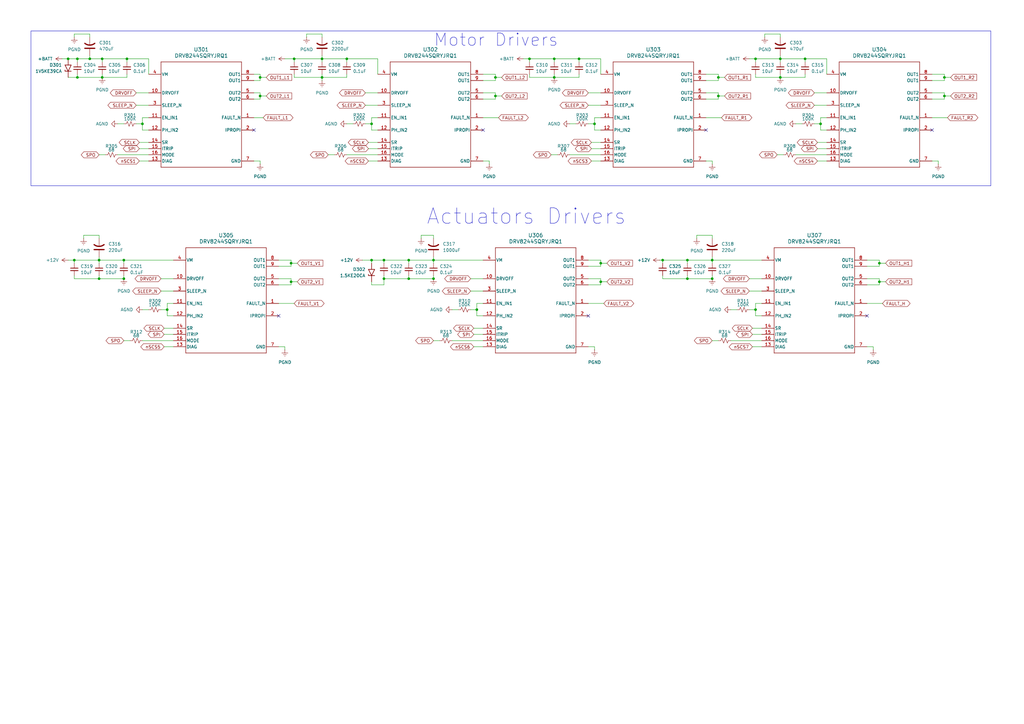
<source format=kicad_sch>
(kicad_sch (version 20250114) (generator "eeschema") (generator_version "9.0")
  (paper "A3")
  (title_block (title "NASA Lunabotics") (date "2026-01-25") (rev "3") (company "Virginia State University") (comment 1 "Christian Philpot"))
  (rectangle (start 12.7 12.7) (end 406.4 76.2))
  (text "Motor Drivers" (at 203.454 16.51 0) (effects (font (size 5.08 5.08))))
  (text "Actuators Drivers" (at 215.9 88.9 0) (effects (font (size 6.35 6.35))))
  (junction (at 294.64 31.75))
  (junction (at 203.2 31.75))
  (junction (at 41.91 31.75))
  (junction (at 142.24 24.13))
  (junction (at 41.91 24.13))
  (junction (at 336.55 50.8))
  (junction (at 40.64 114.3))
  (junction (at 292.1 114.3))
  (junction (at 167.64 106.68))
  (junction (at 203.2 39.37))
  (junction (at 167.64 114.3))
  (junction (at 119.38 115.57))
  (junction (at 177.8 106.68))
  (junction (at 31.75 31.75))
  (junction (at 36.83 24.13))
  (junction (at 152.4 50.8))
  (junction (at 292.1 106.68))
  (junction (at 31.75 24.13))
  (junction (at 227.33 24.13))
  (junction (at 281.94 114.3))
  (junction (at 120.65 24.13))
  (junction (at 157.48 114.3))
  (junction (at 309.88 24.13))
  (junction (at 132.08 24.13))
  (junction (at 387.35 31.75))
  (junction (at 132.08 31.75))
  (junction (at 330.2 24.13))
  (junction (at 157.48 106.68))
  (junction (at 30.48 106.68))
  (junction (at 237.49 24.13))
  (junction (at 309.88 127))
  (junction (at 360.68 107.95))
  (junction (at 152.4 106.68))
  (junction (at 246.38 115.57))
  (junction (at 294.64 39.37))
  (junction (at 217.17 24.13))
  (junction (at 58.42 50.8))
  (junction (at 271.78 106.68))
  (junction (at 227.33 31.75))
  (junction (at 243.84 50.8))
  (junction (at 106.68 31.75))
  (junction (at 27.94 24.13))
  (junction (at 52.07 24.13))
  (junction (at 360.68 115.57))
  (junction (at 387.35 39.37))
  (junction (at 195.58 127))
  (junction (at 281.94 106.68))
  (junction (at 50.8 106.68))
  (junction (at 320.04 24.13))
  (junction (at 320.04 31.75))
  (junction (at 177.8 114.3))
  (junction (at 106.68 39.37))
  (junction (at 50.8 114.3))
  (junction (at 246.38 107.95))
  (junction (at 119.38 107.95))
  (junction (at 40.64 106.68))
  (junction (at 68.58 127))
  (no_connect (at 241.3 129.54))
  (no_connect (at 104.14 53.34))
  (no_connect (at 198.12 53.34))
  (no_connect (at 382.27 53.34))
  (no_connect (at 355.6 129.54))
  (no_connect (at 289.56 53.34))
  (no_connect (at 114.3 129.54))
  (wire (pts (xy 307.34 127) (xy 309.88 127)))
  (wire (pts (xy 270.51 106.68) (xy 271.78 106.68)))
  (wire (pts (xy 334.01 50.8) (xy 336.55 50.8)))
  (wire (pts (xy 119.38 114.3) (xy 119.38 115.57)))
  (wire (pts (xy 246.38 107.95) (xy 248.92 107.95)))
  (wire (pts (xy 41.91 31.75) (xy 52.07 31.75)))
  (wire (pts (xy 226.06 63.5) (xy 228.6 63.5)))
  (wire (pts (xy 292.1 139.7) (xy 294.64 139.7)))
  (wire (pts (xy 285.75 97.79) (xy 285.75 96.52)))
  (wire (pts (xy 203.2 38.1) (xy 203.2 39.37)))
  (wire (pts (xy 320.04 22.86) (xy 320.04 24.13)))
  (wire (pts (xy 106.68 31.75) (xy 106.68 30.48)))
  (wire (pts (xy 292.1 67.31) (xy 292.1 66.04)))
  (wire (pts (xy 151.13 66.04) (xy 154.94 66.04)))
  (wire (pts (xy 360.68 115.57) (xy 363.22 115.57)))
  (wire (pts (xy 360.68 109.22) (xy 360.68 107.95)))
  (wire (pts (xy 309.88 129.54) (xy 309.88 127)))
  (wire (pts (xy 31.75 31.75) (xy 41.91 31.75)))
  (wire (pts (xy 313.69 15.24) (xy 313.69 13.97)))
  (wire (pts (xy 292.1 113.03) (xy 292.1 114.3)))
  (wire (pts (xy 58.42 50.8) (xy 58.42 48.26)))
  (wire (pts (xy 387.35 31.75) (xy 389.89 31.75)))
  (wire (pts (xy 157.48 116.84) (xy 157.48 114.3)))
  (wire (pts (xy 119.38 115.57) (xy 119.38 116.84)))
  (wire (pts (xy 294.64 30.48) (xy 289.56 30.48)))
  (wire (pts (xy 40.64 113.03) (xy 40.64 114.3)))
  (wire (pts (xy 177.8 97.79) (xy 177.8 96.52)))
  (wire (pts (xy 132.08 30.48) (xy 132.08 31.75)))
  (wire (pts (xy 294.64 38.1) (xy 294.64 39.37)))
  (wire (pts (xy 318.77 63.5) (xy 321.31 63.5)))
  (wire (pts (xy 308.61 134.62) (xy 312.42 134.62)))
  (wire (pts (xy 299.72 139.7) (xy 312.42 139.7)))
  (wire (pts (xy 246.38 109.22) (xy 246.38 107.95)))
  (wire (pts (xy 382.27 48.26) (xy 388.62 48.26)))
  (wire (pts (xy 31.75 24.13) (xy 31.75 25.4)))
  (wire (pts (xy 382.27 33.02) (xy 387.35 33.02)))
  (wire (pts (xy 271.78 106.68) (xy 281.94 106.68)))
  (wire (pts (xy 358.14 143.51) (xy 358.14 142.24)))
  (wire (pts (xy 177.8 139.7) (xy 180.34 139.7)))
  (wire (pts (xy 114.3 109.22) (xy 119.38 109.22)))
  (wire (pts (xy 30.48 106.68) (xy 40.64 106.68)))
  (wire (pts (xy 25.4 24.13) (xy 27.94 24.13)))
  (wire (pts (xy 119.38 109.22) (xy 119.38 107.95)))
  (wire (pts (xy 309.88 127) (xy 309.88 124.46)))
  (wire (pts (xy 360.68 115.57) (xy 360.68 116.84)))
  (wire (pts (xy 271.78 114.3) (xy 281.94 114.3)))
  (wire (pts (xy 308.61 137.16) (xy 312.42 137.16)))
  (wire (pts (xy 57.15 58.42) (xy 60.96 58.42)))
  (wire (pts (xy 203.2 31.75) (xy 203.2 30.48)))
  (wire (pts (xy 48.26 63.5) (xy 60.96 63.5)))
  (wire (pts (xy 106.68 67.31) (xy 106.68 66.04)))
  (wire (pts (xy 246.38 116.84) (xy 241.3 116.84)))
  (wire (pts (xy 289.56 38.1) (xy 294.64 38.1)))
  (wire (pts (xy 355.6 124.46) (xy 361.95 124.46)))
  (wire (pts (xy 50.8 106.68) (xy 50.8 107.95)))
  (wire (pts (xy 152.4 48.26) (xy 154.94 48.26)))
  (wire (pts (xy 387.35 38.1) (xy 387.35 39.37)))
  (wire (pts (xy 68.58 127) (xy 68.58 124.46)))
  (wire (pts (xy 116.84 143.51) (xy 116.84 142.24)))
  (wire (pts (xy 106.68 38.1) (xy 106.68 39.37)))
  (wire (pts (xy 242.57 66.04) (xy 246.38 66.04)))
  (wire (pts (xy 312.42 129.54) (xy 309.88 129.54)))
  (wire (pts (xy 40.64 63.5) (xy 43.18 63.5)))
  (wire (pts (xy 149.86 43.18) (xy 154.94 43.18)))
  (wire (pts (xy 66.04 127) (xy 68.58 127)))
  (wire (pts (xy 203.2 33.02) (xy 203.2 31.75)))
  (wire (pts (xy 34.29 97.79) (xy 34.29 96.52)))
  (wire (pts (xy 203.2 40.64) (xy 198.12 40.64)))
  (wire (pts (xy 134.62 63.5) (xy 137.16 63.5)))
  (wire (pts (xy 132.08 22.86) (xy 132.08 24.13)))
  (wire (pts (xy 200.66 67.31) (xy 200.66 66.04)))
  (wire (pts (xy 106.68 66.04) (xy 104.14 66.04)))
  (wire (pts (xy 387.35 39.37) (xy 389.89 39.37)))
  (wire (pts (xy 50.8 139.7) (xy 53.34 139.7)))
  (wire (pts (xy 387.35 39.37) (xy 387.35 40.64)))
  (wire (pts (xy 292.1 105.41) (xy 292.1 106.68)))
  (wire (pts (xy 151.13 58.42) (xy 154.94 58.42)))
  (wire (pts (xy 58.42 139.7) (xy 71.12 139.7)))
  (wire (pts (xy 36.83 13.97) (xy 36.83 15.24)))
  (wire (pts (xy 335.28 60.96) (xy 339.09 60.96)))
  (wire (pts (xy 66.04 119.38) (xy 71.12 119.38)))
  (wire (pts (xy 233.68 50.8) (xy 236.22 50.8)))
  (wire (pts (xy 336.55 48.26) (xy 339.09 48.26)))
  (wire (pts (xy 246.38 115.57) (xy 248.92 115.57)))
  (wire (pts (xy 246.38 106.68) (xy 241.3 106.68)))
  (wire (pts (xy 58.42 127) (xy 60.96 127)))
  (wire (pts (xy 58.42 48.26) (xy 60.96 48.26)))
  (wire (pts (xy 157.48 106.68) (xy 157.48 107.95)))
  (wire (pts (xy 119.38 107.95) (xy 121.92 107.95)))
  (wire (pts (xy 217.17 30.48) (xy 217.17 31.75)))
  (wire (pts (xy 198.12 48.26) (xy 204.47 48.26)))
  (wire (pts (xy 116.84 24.13) (xy 120.65 24.13)))
  (wire (pts (xy 41.91 24.13) (xy 52.07 24.13)))
  (wire (pts (xy 185.42 127) (xy 187.96 127)))
  (wire (pts (xy 67.31 134.62) (xy 71.12 134.62)))
  (wire (pts (xy 360.68 107.95) (xy 363.22 107.95)))
  (wire (pts (xy 177.8 106.68) (xy 198.12 106.68)))
  (wire (pts (xy 246.38 53.34) (xy 243.84 53.34)))
  (wire (pts (xy 30.48 114.3) (xy 40.64 114.3)))
  (wire (pts (xy 335.28 58.42) (xy 339.09 58.42)))
  (wire (pts (xy 71.12 129.54) (xy 68.58 129.54)))
  (wire (pts (xy 106.68 33.02) (xy 106.68 31.75)))
  (wire (pts (xy 30.48 13.97) (xy 36.83 13.97)))
  (wire (pts (xy 142.24 24.13) (xy 154.94 24.13)))
  (wire (pts (xy 360.68 106.68) (xy 355.6 106.68)))
  (wire (pts (xy 227.33 30.48) (xy 227.33 31.75)))
  (wire (pts (xy 106.68 40.64) (xy 104.14 40.64)))
  (wire (pts (xy 57.15 66.04) (xy 60.96 66.04)))
  (wire (pts (xy 50.8 106.68) (xy 71.12 106.68)))
  (wire (pts (xy 241.3 124.46) (xy 247.65 124.46)))
  (wire (pts (xy 214.63 24.13) (xy 217.17 24.13)))
  (wire (pts (xy 106.68 39.37) (xy 109.22 39.37)))
  (wire (pts (xy 237.49 30.48) (xy 237.49 31.75)))
  (wire (pts (xy 152.4 116.84) (xy 157.48 116.84)))
  (wire (pts (xy 152.4 53.34) (xy 152.4 50.8)))
  (wire (pts (xy 157.48 106.68) (xy 167.64 106.68)))
  (wire (pts (xy 198.12 33.02) (xy 203.2 33.02)))
  (wire (pts (xy 152.4 107.95) (xy 152.4 106.68)))
  (wire (pts (xy 125.73 15.24) (xy 125.73 13.97)))
  (wire (pts (xy 27.94 24.13) (xy 31.75 24.13)))
  (wire (pts (xy 387.35 31.75) (xy 387.35 30.48)))
  (wire (pts (xy 152.4 115.57) (xy 152.4 116.84)))
  (wire (pts (xy 335.28 66.04) (xy 339.09 66.04)))
  (wire (pts (xy 241.3 38.1) (xy 246.38 38.1)))
  (wire (pts (xy 320.04 31.75) (xy 330.2 31.75)))
  (wire (pts (xy 36.83 24.13) (xy 41.91 24.13)))
  (wire (pts (xy 55.88 38.1) (xy 60.96 38.1)))
  (wire (pts (xy 339.09 24.13) (xy 339.09 30.48)))
  (wire (pts (xy 52.07 30.48) (xy 52.07 31.75)))
  (wire (pts (xy 336.55 50.8) (xy 336.55 48.26)))
  (wire (pts (xy 114.3 124.46) (xy 120.65 124.46)))
  (wire (pts (xy 271.78 106.68) (xy 271.78 107.95)))
  (wire (pts (xy 157.48 114.3) (xy 167.64 114.3)))
  (wire (pts (xy 294.64 31.75) (xy 294.64 30.48)))
  (wire (pts (xy 292.1 66.04) (xy 289.56 66.04)))
  (wire (pts (xy 154.94 24.13) (xy 154.94 30.48)))
  (wire (pts (xy 243.84 50.8) (xy 243.84 48.26)))
  (wire (pts (xy 193.04 114.3) (xy 198.12 114.3)))
  (wire (pts (xy 154.94 53.34) (xy 152.4 53.34)))
  (wire (pts (xy 193.04 127) (xy 195.58 127)))
  (wire (pts (xy 246.38 114.3) (xy 246.38 115.57)))
  (wire (pts (xy 40.64 96.52) (xy 40.64 97.79)))
  (wire (pts (xy 334.01 38.1) (xy 339.09 38.1)))
  (wire (pts (xy 384.81 67.31) (xy 384.81 66.04)))
  (wire (pts (xy 309.88 124.46) (xy 312.42 124.46)))
  (wire (pts (xy 360.68 107.95) (xy 360.68 106.68)))
  (wire (pts (xy 27.94 106.68) (xy 30.48 106.68)))
  (wire (pts (xy 387.35 33.02) (xy 387.35 31.75)))
  (wire (pts (xy 119.38 106.68) (xy 114.3 106.68)))
  (wire (pts (xy 125.73 13.97) (xy 132.08 13.97)))
  (wire (pts (xy 246.38 24.13) (xy 246.38 30.48)))
  (wire (pts (xy 237.49 24.13) (xy 246.38 24.13)))
  (wire (pts (xy 177.8 96.52) (xy 172.72 96.52)))
  (wire (pts (xy 233.68 63.5) (xy 246.38 63.5)))
  (wire (pts (xy 227.33 31.75) (xy 237.49 31.75)))
  (wire (pts (xy 243.84 143.51) (xy 243.84 142.24)))
  (wire (pts (xy 292.1 106.68) (xy 312.42 106.68)))
  (wire (pts (xy 30.48 113.03) (xy 30.48 114.3)))
  (wire (pts (xy 387.35 30.48) (xy 382.27 30.48)))
  (wire (pts (xy 203.2 30.48) (xy 198.12 30.48)))
  (wire (pts (xy 227.33 24.13) (xy 227.33 25.4)))
  (wire (pts (xy 58.42 53.34) (xy 58.42 50.8)))
  (wire (pts (xy 330.2 30.48) (xy 330.2 31.75)))
  (wire (pts (xy 167.64 106.68) (xy 177.8 106.68)))
  (wire (pts (xy 307.34 114.3) (xy 312.42 114.3)))
  (wire (pts (xy 292.1 96.52) (xy 292.1 97.79)))
  (wire (pts (xy 149.86 38.1) (xy 154.94 38.1)))
  (wire (pts (xy 142.24 24.13) (xy 142.24 25.4)))
  (wire (pts (xy 142.24 50.8) (xy 144.78 50.8)))
  (wire (pts (xy 157.48 113.03) (xy 157.48 114.3)))
  (wire (pts (xy 52.07 24.13) (xy 52.07 25.4)))
  (wire (pts (xy 309.88 24.13) (xy 320.04 24.13)))
  (wire (pts (xy 120.65 31.75) (xy 132.08 31.75)))
  (wire (pts (xy 241.3 114.3) (xy 246.38 114.3)))
  (wire (pts (xy 320.04 13.97) (xy 320.04 15.24)))
  (wire (pts (xy 243.84 142.24) (xy 241.3 142.24)))
  (wire (pts (xy 151.13 60.96) (xy 154.94 60.96)))
  (wire (pts (xy 294.64 31.75) (xy 297.18 31.75)))
  (wire (pts (xy 194.31 137.16) (xy 198.12 137.16)))
  (wire (pts (xy 40.64 106.68) (xy 50.8 106.68)))
  (wire (pts (xy 55.88 43.18) (xy 60.96 43.18)))
  (wire (pts (xy 30.48 15.24) (xy 30.48 13.97)))
  (wire (pts (xy 241.3 43.18) (xy 246.38 43.18)))
  (wire (pts (xy 243.84 48.26) (xy 246.38 48.26)))
  (wire (pts (xy 382.27 38.1) (xy 387.35 38.1)))
  (wire (pts (xy 289.56 48.26) (xy 295.91 48.26)))
  (wire (pts (xy 307.34 24.13) (xy 309.88 24.13)))
  (wire (pts (xy 152.4 50.8) (xy 152.4 48.26)))
  (wire (pts (xy 246.38 107.95) (xy 246.38 106.68)))
  (wire (pts (xy 198.12 38.1) (xy 203.2 38.1)))
  (wire (pts (xy 48.26 50.8) (xy 50.8 50.8)))
  (wire (pts (xy 132.08 24.13) (xy 142.24 24.13)))
  (wire (pts (xy 217.17 24.13) (xy 217.17 25.4)))
  (wire (pts (xy 167.64 113.03) (xy 167.64 114.3)))
  (wire (pts (xy 34.29 96.52) (xy 40.64 96.52)))
  (wire (pts (xy 195.58 127) (xy 195.58 124.46)))
  (wire (pts (xy 40.64 114.3) (xy 50.8 114.3)))
  (wire (pts (xy 52.07 24.13) (xy 60.96 24.13)))
  (wire (pts (xy 292.1 106.68) (xy 292.1 107.95)))
  (wire (pts (xy 167.64 114.3) (xy 177.8 114.3)))
  (wire (pts (xy 360.68 114.3) (xy 360.68 115.57)))
  (wire (pts (xy 104.14 38.1) (xy 106.68 38.1)))
  (wire (pts (xy 203.2 39.37) (xy 203.2 40.64)))
  (wire (pts (xy 195.58 124.46) (xy 198.12 124.46)))
  (wire (pts (xy 193.04 119.38) (xy 198.12 119.38)))
  (wire (pts (xy 185.42 139.7) (xy 198.12 139.7)))
  (wire (pts (xy 241.3 109.22) (xy 246.38 109.22)))
  (wire (pts (xy 309.88 24.13) (xy 309.88 25.4)))
  (wire (pts (xy 200.66 66.04) (xy 198.12 66.04)))
  (wire (pts (xy 330.2 24.13) (xy 330.2 25.4)))
  (wire (pts (xy 336.55 53.34) (xy 336.55 50.8)))
  (wire (pts (xy 313.69 13.97) (xy 320.04 13.97)))
  (wire (pts (xy 294.64 39.37) (xy 294.64 40.64)))
  (wire (pts (xy 114.3 114.3) (xy 119.38 114.3)))
  (wire (pts (xy 198.12 129.54) (xy 195.58 129.54)))
  (wire (pts (xy 177.8 105.41) (xy 177.8 106.68)))
  (wire (pts (xy 358.14 142.24) (xy 355.6 142.24)))
  (wire (pts (xy 27.94 31.75) (xy 31.75 31.75)))
  (wire (pts (xy 339.09 53.34) (xy 336.55 53.34)))
  (wire (pts (xy 384.81 66.04) (xy 382.27 66.04)))
  (wire (pts (xy 60.96 53.34) (xy 58.42 53.34)))
  (wire (pts (xy 148.59 106.68) (xy 152.4 106.68)))
  (wire (pts (xy 67.31 137.16) (xy 71.12 137.16)))
  (wire (pts (xy 132.08 24.13) (xy 132.08 25.4)))
  (wire (pts (xy 142.24 63.5) (xy 154.94 63.5)))
  (wire (pts (xy 320.04 24.13) (xy 320.04 25.4)))
  (wire (pts (xy 320.04 30.48) (xy 320.04 31.75)))
  (wire (pts (xy 132.08 31.75) (xy 142.24 31.75)))
  (wire (pts (xy 177.8 113.03) (xy 177.8 114.3)))
  (wire (pts (xy 55.88 50.8) (xy 58.42 50.8)))
  (wire (pts (xy 355.6 114.3) (xy 360.68 114.3)))
  (wire (pts (xy 106.68 31.75) (xy 109.22 31.75)))
  (wire (pts (xy 292.1 106.68) (xy 281.94 106.68)))
  (wire (pts (xy 120.65 24.13) (xy 120.65 25.4)))
  (wire (pts (xy 132.08 33.02) (xy 132.08 31.75)))
  (wire (pts (xy 60.96 24.13) (xy 60.96 30.48)))
  (wire (pts (xy 41.91 30.48) (xy 41.91 31.75)))
  (wire (pts (xy 142.24 30.48) (xy 142.24 31.75)))
  (wire (pts (xy 119.38 115.57) (xy 121.92 115.57)))
  (wire (pts (xy 106.68 30.48) (xy 104.14 30.48)))
  (wire (pts (xy 68.58 124.46) (xy 71.12 124.46)))
  (wire (pts (xy 360.68 116.84) (xy 355.6 116.84)))
  (wire (pts (xy 167.64 106.68) (xy 167.64 107.95)))
  (wire (pts (xy 68.58 129.54) (xy 68.58 127)))
  (wire (pts (xy 41.91 24.13) (xy 41.91 25.4)))
  (wire (pts (xy 194.31 134.62) (xy 198.12 134.62)))
  (wire (pts (xy 320.04 24.13) (xy 330.2 24.13)))
  (wire (pts (xy 104.14 48.26) (xy 107.95 48.26)))
  (wire (pts (xy 242.57 58.42) (xy 246.38 58.42)))
  (wire (pts (xy 387.35 40.64) (xy 382.27 40.64)))
  (wire (pts (xy 66.04 114.3) (xy 71.12 114.3)))
  (wire (pts (xy 31.75 30.48) (xy 31.75 31.75)))
  (wire (pts (xy 203.2 31.75) (xy 205.74 31.75)))
  (wire (pts (xy 326.39 50.8) (xy 328.93 50.8)))
  (wire (pts (xy 355.6 109.22) (xy 360.68 109.22)))
  (wire (pts (xy 237.49 24.13) (xy 237.49 25.4)))
  (wire (pts (xy 194.31 142.24) (xy 198.12 142.24)))
  (wire (pts (xy 227.33 24.13) (xy 237.49 24.13)))
  (wire (pts (xy 119.38 107.95) (xy 119.38 106.68)))
  (wire (pts (xy 106.68 39.37) (xy 106.68 40.64)))
  (wire (pts (xy 330.2 24.13) (xy 339.09 24.13)))
  (wire (pts (xy 50.8 113.03) (xy 50.8 114.3)))
  (wire (pts (xy 172.72 97.79) (xy 172.72 96.52)))
  (wire (pts (xy 243.84 53.34) (xy 243.84 50.8)))
  (wire (pts (xy 294.64 39.37) (xy 297.18 39.37)))
  (wire (pts (xy 149.86 50.8) (xy 152.4 50.8)))
  (wire (pts (xy 30.48 106.68) (xy 30.48 107.95)))
  (wire (pts (xy 203.2 39.37) (xy 205.74 39.37)))
  (wire (pts (xy 281.94 106.68) (xy 281.94 107.95)))
  (wire (pts (xy 309.88 30.48) (xy 309.88 31.75)))
  (wire (pts (xy 294.64 33.02) (xy 294.64 31.75)))
  (wire (pts (xy 285.75 96.52) (xy 292.1 96.52)))
  (wire (pts (xy 246.38 115.57) (xy 246.38 116.84)))
  (wire (pts (xy 119.38 116.84) (xy 114.3 116.84)))
  (wire (pts (xy 120.65 30.48) (xy 120.65 31.75)))
  (wire (pts (xy 299.72 127) (xy 302.26 127)))
  (wire (pts (xy 281.94 114.3) (xy 292.1 114.3)))
  (wire (pts (xy 177.8 106.68) (xy 177.8 107.95)))
  (wire (pts (xy 67.31 142.24) (xy 71.12 142.24)))
  (wire (pts (xy 294.64 40.64) (xy 289.56 40.64)))
  (wire (pts (xy 281.94 113.03) (xy 281.94 114.3)))
  (wire (pts (xy 217.17 24.13) (xy 227.33 24.13)))
  (wire (pts (xy 152.4 106.68) (xy 157.48 106.68)))
  (wire (pts (xy 308.61 142.24) (xy 312.42 142.24)))
  (wire (pts (xy 40.64 105.41) (xy 40.64 106.68)))
  (wire (pts (xy 289.56 33.02) (xy 294.64 33.02)))
  (wire (pts (xy 271.78 113.03) (xy 271.78 114.3)))
  (wire (pts (xy 31.75 24.13) (xy 36.83 24.13)))
  (wire (pts (xy 36.83 22.86) (xy 36.83 24.13)))
  (wire (pts (xy 307.34 119.38) (xy 312.42 119.38)))
  (wire (pts (xy 242.57 60.96) (xy 246.38 60.96)))
  (wire (pts (xy 195.58 129.54) (xy 195.58 127)))
  (wire (pts (xy 40.64 106.68) (xy 40.64 107.95)))
  (wire (pts (xy 116.84 142.24) (xy 114.3 142.24)))
  (wire (pts (xy 334.01 43.18) (xy 339.09 43.18)))
  (wire (pts (xy 309.88 31.75) (xy 320.04 31.75)))
  (wire (pts (xy 217.17 31.75) (xy 227.33 31.75)))
  (wire (pts (xy 57.15 60.96) (xy 60.96 60.96)))
  (wire (pts (xy 326.39 63.5) (xy 339.09 63.5)))
  (wire (pts (xy 241.3 50.8) (xy 243.84 50.8)))
  (wire (pts (xy 120.65 24.13) (xy 132.08 24.13)))
  (wire (pts (xy 132.08 13.97) (xy 132.08 15.24)))
  (wire (pts (xy 104.14 33.02) (xy 106.68 33.02)))
  (global_label "FAULT_L1" (shape bidirectional) (at 107.95 48.26 0) (property "Intersheetrefs" "${INTERSHEET_REFS}" (effects (hide yes))))
  (global_label "SLEEP_N" (shape bidirectional) (at 307.34 119.38 180) (property "Intersheetrefs" "${INTERSHEET_REFS}" (effects (hide yes))))
  (global_label "SPO" (shape bidirectional) (at 40.64 63.5 180) (property "Intersheetrefs" "${INTERSHEET_REFS}" (effects (hide yes))))
  (global_label "DRVOFF" (shape bidirectional) (at 149.86 38.1 180) (property "Intersheetrefs" "${INTERSHEET_REFS}" (effects (hide yes))))
  (global_label "OUT1_H1" (shape input) (at 363.22 107.95 0) (property "Intersheetrefs" "${INTERSHEET_REFS}" (effects (hide yes))))
  (global_label "SPI" (shape bidirectional) (at 242.57 60.96 180) (property "Intersheetrefs" "${INTERSHEET_REFS}" (effects (hide yes))))
  (global_label "FAULT_H" (shape bidirectional) (at 361.95 124.46 0) (property "Intersheetrefs" "${INTERSHEET_REFS}" (effects (hide yes))))
  (global_label "SPI" (shape bidirectional) (at 57.15 60.96 180) (property "Intersheetrefs" "${INTERSHEET_REFS}" (effects (hide yes))))
  (global_label "OUT2_L1" (shape input) (at 109.22 39.37 0) (property "Intersheetrefs" "${INTERSHEET_REFS}" (effects (hide yes))))
  (global_label "SPO" (shape bidirectional) (at 50.8 139.7 180) (property "Intersheetrefs" "${INTERSHEET_REFS}" (effects (hide yes))))
  (global_label "SPI" (shape bidirectional) (at 67.31 137.16 180) (property "Intersheetrefs" "${INTERSHEET_REFS}" (effects (hide yes))))
  (global_label "SPO" (shape bidirectional) (at 134.62 63.5 180) (property "Intersheetrefs" "${INTERSHEET_REFS}" (effects (hide yes))))
  (global_label "OUT1_V2" (shape input) (at 248.92 107.95 0) (property "Intersheetrefs" "${INTERSHEET_REFS}" (effects (hide yes))))
  (global_label "FAULT_R1" (shape bidirectional) (at 295.91 48.26 0) (property "Intersheetrefs" "${INTERSHEET_REFS}" (effects (hide yes))))
  (global_label "SCLK" (shape bidirectional) (at 335.28 58.42 180) (property "Intersheetrefs" "${INTERSHEET_REFS}" (effects (hide yes))))
  (global_label "SCLK" (shape bidirectional) (at 67.31 134.62 180) (property "Intersheetrefs" "${INTERSHEET_REFS}" (effects (hide yes))))
  (global_label "OUT2_V2" (shape input) (at 248.92 115.57 0) (property "Intersheetrefs" "${INTERSHEET_REFS}" (effects (hide yes))))
  (global_label "OUT1_V1" (shape input) (at 121.92 107.95 0) (property "Intersheetrefs" "${INTERSHEET_REFS}" (effects (hide yes))))
  (global_label "SCLK" (shape bidirectional) (at 194.31 134.62 180) (property "Intersheetrefs" "${INTERSHEET_REFS}" (effects (hide yes))))
  (global_label "SPI" (shape bidirectional) (at 308.61 137.16 180) (property "Intersheetrefs" "${INTERSHEET_REFS}" (effects (hide yes))))
  (global_label "DRVOFF" (shape bidirectional) (at 334.01 38.1 180) (property "Intersheetrefs" "${INTERSHEET_REFS}" (effects (hide yes))))
  (global_label "FAULT_R2" (shape bidirectional) (at 388.62 48.26 0) (property "Intersheetrefs" "${INTERSHEET_REFS}" (effects (hide yes))))
  (global_label "nSCS4" (shape bidirectional) (at 335.28 66.04 180) (property "Intersheetrefs" "${INTERSHEET_REFS}" (effects (hide yes))))
  (global_label "OUT1_L2" (shape input) (at 205.74 31.75 0) (property "Intersheetrefs" "${INTERSHEET_REFS}" (effects (hide yes))))
  (global_label "SLEEP_N" (shape bidirectional) (at 66.04 119.38 180) (property "Intersheetrefs" "${INTERSHEET_REFS}" (effects (hide yes))))
  (global_label "nSCS5" (shape bidirectional) (at 67.31 142.24 180) (property "Intersheetrefs" "${INTERSHEET_REFS}" (effects (hide yes))))
  (global_label "OUT2_R1" (shape input) (at 297.18 39.37 0) (property "Intersheetrefs" "${INTERSHEET_REFS}" (effects (hide yes))))
  (global_label "OUT1_L1" (shape input) (at 109.22 31.75 0) (property "Intersheetrefs" "${INTERSHEET_REFS}" (effects (hide yes))))
  (global_label "nSCS6" (shape bidirectional) (at 194.31 142.24 180) (property "Intersheetrefs" "${INTERSHEET_REFS}" (effects (hide yes))))
  (global_label "SCLK" (shape bidirectional) (at 151.13 58.42 180) (property "Intersheetrefs" "${INTERSHEET_REFS}" (effects (hide yes))))
  (global_label "nSCS3" (shape bidirectional) (at 242.57 66.04 180) (property "Intersheetrefs" "${INTERSHEET_REFS}" (effects (hide yes))))
  (global_label "SCLK" (shape bidirectional) (at 57.15 58.42 180) (property "Intersheetrefs" "${INTERSHEET_REFS}" (effects (hide yes))))
  (global_label "SPO" (shape bidirectional) (at 177.8 139.7 180) (property "Intersheetrefs" "${INTERSHEET_REFS}" (effects (hide yes))))
  (global_label "DRVOFF" (shape bidirectional) (at 66.04 114.3 180) (property "Intersheetrefs" "${INTERSHEET_REFS}" (effects (hide yes))))
  (global_label "FAULT_V2" (shape bidirectional) (at 247.65 124.46 0) (property "Intersheetrefs" "${INTERSHEET_REFS}" (effects (hide yes))))
  (global_label "SPO" (shape bidirectional) (at 292.1 139.7 180) (property "Intersheetrefs" "${INTERSHEET_REFS}" (effects (hide yes))))
  (global_label "SLEEP_N" (shape bidirectional) (at 55.88 43.18 180) (property "Intersheetrefs" "${INTERSHEET_REFS}" (effects (hide yes))))
  (global_label "DRVOFF" (shape bidirectional) (at 241.3 38.1 180) (property "Intersheetrefs" "${INTERSHEET_REFS}" (effects (hide yes))))
  (global_label "SPI" (shape bidirectional) (at 335.28 60.96 180) (property "Intersheetrefs" "${INTERSHEET_REFS}" (effects (hide yes))))
  (global_label "OUT2_L2" (shape input) (at 205.74 39.37 0) (property "Intersheetrefs" "${INTERSHEET_REFS}" (effects (hide yes))))
  (global_label "OUT2_R2" (shape input) (at 389.89 39.37 0) (property "Intersheetrefs" "${INTERSHEET_REFS}" (effects (hide yes))))
  (global_label "SPO" (shape bidirectional) (at 226.06 63.5 180) (property "Intersheetrefs" "${INTERSHEET_REFS}" (effects (hide yes))))
  (global_label "SPO" (shape bidirectional) (at 318.77 63.5 180) (property "Intersheetrefs" "${INTERSHEET_REFS}" (effects (hide yes))))
  (global_label "nSCS2" (shape bidirectional) (at 151.13 66.04 180) (property "Intersheetrefs" "${INTERSHEET_REFS}" (effects (hide yes))))
  (global_label "DRVOFF" (shape bidirectional) (at 55.88 38.1 180) (property "Intersheetrefs" "${INTERSHEET_REFS}" (effects (hide yes))))
  (global_label "SLEEP_N" (shape bidirectional) (at 149.86 43.18 180) (property "Intersheetrefs" "${INTERSHEET_REFS}" (effects (hide yes))))
  (global_label "OUT2_H1" (shape input) (at 363.22 115.57 0) (property "Intersheetrefs" "${INTERSHEET_REFS}" (effects (hide yes))))
  (global_label "nSCS7" (shape bidirectional) (at 308.61 142.24 180) (property "Intersheetrefs" "${INTERSHEET_REFS}" (effects (hide yes))))
  (global_label "FAULT_V1" (shape bidirectional) (at 120.65 124.46 0) (property "Intersheetrefs" "${INTERSHEET_REFS}" (effects (hide yes))))
  (global_label "SLEEP_N" (shape bidirectional) (at 193.04 119.38 180) (property "Intersheetrefs" "${INTERSHEET_REFS}" (effects (hide yes))))
  (global_label "FAULT_L2" (shape bidirectional) (at 204.47 48.26 0) (property "Intersheetrefs" "${INTERSHEET_REFS}" (effects (hide yes))))
  (global_label "DRVOFF" (shape bidirectional) (at 193.04 114.3 180) (property "Intersheetrefs" "${INTERSHEET_REFS}" (effects (hide yes))))
  (global_label "OUT1_R2" (shape input) (at 389.89 31.75 0) (property "Intersheetrefs" "${INTERSHEET_REFS}" (effects (hide yes))))
  (global_label "SPI" (shape bidirectional) (at 194.31 137.16 180) (property "Intersheetrefs" "${INTERSHEET_REFS}" (effects (hide yes))))
  (global_label "SCLK" (shape bidirectional) (at 308.61 134.62 180) (property "Intersheetrefs" "${INTERSHEET_REFS}" (effects (hide yes))))
  (global_label "SPI" (shape bidirectional) (at 151.13 60.96 180) (property "Intersheetrefs" "${INTERSHEET_REFS}" (effects (hide yes))))
  (global_label "nSCS1" (shape bidirectional) (at 57.15 66.04 180) (property "Intersheetrefs" "${INTERSHEET_REFS}" (effects (hide yes))))
  (global_label "OUT1_R1" (shape input) (at 297.18 31.75 0) (property "Intersheetrefs" "${INTERSHEET_REFS}" (effects (hide yes))))
  (global_label "SCLK" (shape bidirectional) (at 242.57 58.42 180) (property "Intersheetrefs" "${INTERSHEET_REFS}" (effects (hide yes))))
  (global_label "OUT2_V1" (shape input) (at 121.92 115.57 0) (property "Intersheetrefs" "${INTERSHEET_REFS}" (effects (hide yes))))
  (global_label "SLEEP_N" (shape bidirectional) (at 334.01 43.18 180) (property "Intersheetrefs" "${INTERSHEET_REFS}" (effects (hide yes))))
  (global_label "SLEEP_N" (shape bidirectional) (at 241.3 43.18 180) (property "Intersheetrefs" "${INTERSHEET_REFS}" (effects (hide yes))))
  (global_label "DRVOFF" (shape bidirectional) (at 307.34 114.3 180) (property "Intersheetrefs" "${INTERSHEET_REFS}" (effects (hide yes))))
  (symbol (lib_id "DRV8244SQRYJRQ1:DRV8244SQRYJRQ1") (at 312.42 106.68 0) (unit 1)
    (property "Reference" "U307" (at 334.01 96.52 0) (effects (font (size 1.524 1.524))))
    (property "Value" "DRV8244SQRYJRQ1" (at 334.01 99.06 0) (effects (font (size 1.524 1.524))))
    (property "Footprint" "DRV8244SQRYJRQ1:RYJ0016A-MFG" (effects (hide yes)))
    (property "Datasheet" "https://www.ti.com/lit/gpn/drv8244-q1" (effects (hide yes)))
  )
  (symbol (lib_id "Device:C_Small") (at 120.65 27.94 0) (unit 1)
    (property "Reference" "C307" (at 123.19 26.6762 0) (effects (justify left)))
    (property "Value" "10uF" (at 123.19 29.2162 0) (effects (justify left)))
    (property "Footprint" "Capacitor_SMD:C_1206_3216Metric_Pad1.33x1.80mm_HandSolder" (effects (hide yes)))
    (property "Description" "Unpolarized capacitor, small symbol" (effects (hide yes)))
  )
  (symbol (lib_id "power:Earth") (at 177.8 114.3 0) (mirror y) (unit 1)
    (property "Reference" "#PWR0327" (effects (hide yes)))
    (property "Value" "PGND" (at 177.8 119.38 0))
    (property "Description" "Power symbol creates a global label with name \"Earth\"" (effects (hide yes)))
  )
  (symbol (lib_id "Device:C_Small") (at 320.04 27.94 0) (unit 1)
    (property "Reference" "C314" (at 322.58 26.6762 0) (effects (justify left)))
    (property "Value" "10uF" (at 322.58 29.2162 0) (effects (justify left)))
    (property "Footprint" "Capacitor_SMD:C_1206_3216Metric_Pad1.33x1.80mm_HandSolder" (effects (hide yes)))
    (property "Description" "Unpolarized capacitor, small symbol" (effects (hide yes)))
  )
  (symbol (lib_id "power:+BATT") (at 214.63 24.13 90) (unit 1)
    (property "Reference" "#PWR0306" (effects (hide yes)))
    (property "Value" "+BATT" (at 210.82 24.1299 90) (effects (justify left)))
    (property "Description" "Power symbol creates a global label with name \"+BATT\"" (effects (hide yes)))
  )
  (symbol (lib_id "power:Earth") (at 358.14 143.51 0) (mirror y) (unit 1)
    (property "Reference" "#PWR0334" (effects (hide yes)))
    (property "Value" "PGND" (at 358.14 148.59 0))
    (property "Description" "Power symbol creates a global label with name \"Earth\"" (effects (hide yes)))
  )
  (symbol (lib_id "power:Earth") (at 41.91 31.75 0) (mirror y) (unit 1)
    (property "Reference" "#PWR0308" (effects (hide yes)))
    (property "Value" "PGND" (at 41.91 36.83 0))
    (property "Description" "Power symbol creates a global label with name \"Earth\"" (effects (hide yes)))
  )
  (symbol (lib_id "Device:R_Small_US") (at 231.14 63.5 90) (unit 1)
    (property "Reference" "R307" (at 231.14 59.944 90))
    (property "Value" "68" (at 231.14 61.468 90))
    (property "Footprint" "Resistor_SMD:R_0402_1005Metric_Pad0.72x0.64mm_HandSolder" (effects (hide yes)))
    (property "Description" "Resistor, small US symbol" (effects (hide yes)))
  )
  (symbol (lib_id "power:GND") (at 58.42 127 270) (unit 1)
    (property "Reference" "#PWR0329" (effects (hide yes)))
    (property "Value" "AGND" (at 54.61 126.9999 90) (effects (justify right)))
    (property "Description" "Power symbol creates a global label with name \"GND\" , ground" (effects (hide yes)))
  )
  (symbol (lib_id "Device:R_Small_US") (at 53.34 50.8 90) (unit 1)
    (property "Reference" "R301" (at 53.34 47.244 90))
    (property "Value" "100K" (at 53.34 48.768 90))
    (property "Footprint" "Resistor_SMD:R_0402_1005Metric_Pad0.72x0.64mm_HandSolder" (effects (hide yes)))
    (property "Description" "Resistor, small US symbol" (effects (hide yes)))
  )
  (symbol (lib_id "power:GND") (at 48.26 50.8 270) (unit 1)
    (property "Reference" "#PWR0312" (effects (hide yes)))
    (property "Value" "AGND" (at 44.45 50.7999 90) (effects (justify right)))
    (property "Description" "Power symbol creates a global label with name \"GND\" , ground" (effects (hide yes)))
  )
  (symbol (lib_id "DRV8244SQRYJRQ1:DRV8244SQRYJRQ1") (at 154.94 30.48 0) (unit 1)
    (property "Reference" "U302" (at 176.53 20.32 0) (effects (font (size 1.524 1.524))))
    (property "Value" "DRV8244SQRYJRQ1" (at 176.53 22.86 0) (effects (font (size 1.524 1.524))))
    (property "Footprint" "DRV8244SQRYJRQ1:RYJ0016A-MFG" (effects (hide yes)))
    (property "Datasheet" "https://www.ti.com/lit/gpn/drv8244-q1" (effects (hide yes)))
  )
  (symbol (lib_id "power:Earth") (at 116.84 143.51 0) (mirror y) (unit 1)
    (property "Reference" "#PWR0332" (effects (hide yes)))
    (property "Value" "PGND" (at 116.84 148.59 0))
    (property "Description" "Power symbol creates a global label with name \"Earth\"" (effects (hide yes)))
  )
  (symbol (lib_id "power:Earth") (at 292.1 114.3 0) (mirror y) (unit 1)
    (property "Reference" "#PWR0328" (effects (hide yes)))
    (property "Value" "PGND" (at 292.1 119.38 0))
    (property "Description" "Power symbol creates a global label with name \"Earth\"" (effects (hide yes)))
  )
  (symbol (lib_id "Device:C_Small") (at 142.24 27.94 0) (unit 1)
    (property "Reference" "C309" (at 144.78 26.6762 0) (effects (justify left)))
    (property "Value" "0.1uF" (at 144.78 29.2162 0) (effects (justify left)))
    (property "Footprint" "Capacitor_SMD:C_0402_1005Metric_Pad0.74x0.62mm_HandSolder" (effects (hide yes)))
    (property "Description" "Unpolarized capacitor, small symbol" (effects (hide yes)))
  )
  (symbol (lib_id "Device:C_Small") (at 217.17 27.94 0) (unit 1)
    (property "Reference" "C310" (at 219.71 26.6762 0) (effects (justify left)))
    (property "Value" "10uF" (at 219.71 29.2162 0) (effects (justify left)))
    (property "Footprint" "Capacitor_SMD:C_1206_3216Metric_Pad1.33x1.80mm_HandSolder" (effects (hide yes)))
    (property "Description" "Unpolarized capacitor, small symbol" (effects (hide yes)))
  )
  (symbol (lib_id "Device:C_Small") (at 31.75 27.94 0) (unit 1)
    (property "Reference" "C304" (at 34.29 26.6762 0) (effects (justify left)))
    (property "Value" "10uF" (at 34.29 29.2162 0) (effects (justify left)))
    (property "Footprint" "Capacitor_SMD:C_1206_3216Metric_Pad1.33x1.80mm_HandSolder" (effects (hide yes)))
    (property "Description" "Unpolarized capacitor, small symbol" (effects (hide yes)))
  )
  (symbol (lib_id "power:+BATT") (at 25.4 24.13 90) (unit 1)
    (property "Reference" "#PWR0304" (effects (hide yes)))
    (property "Value" "+BATT" (at 21.59 24.1299 90) (effects (justify left)))
    (property "Description" "Power symbol creates a global label with name \"+BATT\"" (effects (hide yes)))
  )
  (symbol (lib_id "DRV8244SQRYJRQ1:DRV8244SQRYJRQ1") (at 60.96 30.48 0) (unit 1)
    (property "Reference" "U301" (at 82.55 20.32 0) (effects (font (size 1.524 1.524))))
    (property "Value" "DRV8244SQRYJRQ1" (at 82.55 22.86 0) (effects (font (size 1.524 1.524))))
    (property "Footprint" "DRV8244SQRYJRQ1:RYJ0016A-MFG" (effects (hide yes)))
    (property "Datasheet" "https://www.ti.com/lit/gpn/drv8244-q1" (effects (hide yes)))
  )
  (symbol (lib_id "Device:R_Small_US") (at 331.47 50.8 90) (unit 1)
    (property "Reference" "R304" (at 331.47 47.244 90))
    (property "Value" "100K" (at 331.47 48.768 90))
    (property "Footprint" "Resistor_SMD:R_0402_1005Metric_Pad0.72x0.64mm_HandSolder" (effects (hide yes)))
    (property "Description" "Resistor, small US symbol" (effects (hide yes)))
  )
  (symbol (lib_id "power:Earth") (at 132.08 33.02 0) (mirror y) (unit 1)
    (property "Reference" "#PWR0311" (effects (hide yes)))
    (property "Value" "PGND" (at 132.08 38.1 0))
    (property "Description" "Power symbol creates a global label with name \"Earth\"" (effects (hide yes)))
  )
  (symbol (lib_id "power:Earth") (at 172.72 97.79 0) (unit 1)
    (property "Reference" "#PWR0321" (effects (hide yes)))
    (property "Value" "PGND" (at 172.72 102.87 0))
    (property "Description" "Power symbol creates a global label with name \"Earth\"" (effects (hide yes)))
  )
  (symbol (lib_id "Device:C_Small") (at 330.2 27.94 0) (unit 1)
    (property "Reference" "C315" (at 332.74 26.6762 0) (effects (justify left)))
    (property "Value" "0.1uF" (at 332.74 29.2162 0) (effects (justify left)))
    (property "Footprint" "Capacitor_SMD:C_0402_1005Metric_Pad0.74x0.62mm_HandSolder" (effects (hide yes)))
    (property "Description" "Unpolarized capacitor, small symbol" (effects (hide yes)))
  )
  (symbol (lib_id "power:GND") (at 326.39 50.8 270) (unit 1)
    (property "Reference" "#PWR0315" (effects (hide yes)))
    (property "Value" "AGND" (at 322.58 50.7999 90) (effects (justify right)))
    (property "Description" "Power symbol creates a global label with name \"GND\" , ground" (effects (hide yes)))
  )
  (symbol (lib_id "Device:C_US") (at 177.8 101.6 180) (unit 1)
    (property "Reference" "C317" (at 181.61 100.0759 0) (effects (justify right)))
    (property "Value" "1000uF" (at 181.61 102.6159 0) (effects (justify right)))
    (property "Footprint" "Capacitor_THT:CP_Radial_D10.0mm_P5.00mm" (effects (hide yes)))
    (property "Description" "capacitor, US symbol" (effects (hide yes)))
  )
  (symbol (lib_id "power:+12V") (at 27.94 106.68 90) (unit 1)
    (property "Reference" "#PWR0323" (effects (hide yes)))
    (property "Value" "+12V" (at 24.13 106.6799 90) (effects (justify left)))
    (property "Description" "Power symbol creates a global label with name \"+12V\"" (effects (hide yes)))
  )
  (symbol (lib_id "Device:C_Small") (at 52.07 27.94 0) (unit 1)
    (property "Reference" "C306" (at 54.61 26.6762 0) (effects (justify left)))
    (property "Value" "0.1uF" (at 54.61 29.2162 0) (effects (justify left)))
    (property "Footprint" "Capacitor_SMD:C_0402_1005Metric_Pad0.74x0.62mm_HandSolder" (effects (hide yes)))
    (property "Description" "Unpolarized capacitor, small symbol" (effects (hide yes)))
  )
  (symbol (lib_id "power:Earth") (at 320.04 31.75 0) (mirror y) (unit 1)
    (property "Reference" "#PWR0310" (effects (hide yes)))
    (property "Value" "PGND" (at 320.04 36.83 0))
    (property "Description" "Power symbol creates a global label with name \"Earth\"" (effects (hide yes)))
  )
  (symbol (lib_id "Device:R_Small_US") (at 55.88 139.7 90) (unit 1)
    (property "Reference" "R312" (at 55.88 136.144 90))
    (property "Value" "68" (at 55.88 137.668 90))
    (property "Footprint" "Resistor_SMD:R_0402_1005Metric_Pad0.72x0.64mm_HandSolder" (effects (hide yes)))
    (property "Description" "Resistor, small US symbol" (effects (hide yes)))
  )
  (symbol (lib_id "Device:R_Small_US") (at 182.88 139.7 90) (unit 1)
    (property "Reference" "R313" (at 182.88 136.144 90))
    (property "Value" "68" (at 182.88 137.668 90))
    (property "Footprint" "Resistor_SMD:R_0402_1005Metric_Pad0.72x0.64mm_HandSolder" (effects (hide yes)))
    (property "Description" "Resistor, small US symbol" (effects (hide yes)))
  )
  (symbol (lib_id "power:Earth") (at 34.29 97.79 0) (mirror y) (unit 1)
    (property "Reference" "#PWR0320" (effects (hide yes)))
    (property "Value" "PGND" (at 34.29 102.87 0))
    (property "Description" "Power symbol creates a global label with name \"Earth\"" (effects (hide yes)))
  )
  (symbol (lib_id "power:Earth") (at 285.75 97.79 0) (mirror y) (unit 1)
    (property "Reference" "#PWR0322" (effects (hide yes)))
    (property "Value" "PGND" (at 285.75 102.87 0))
    (property "Description" "Power symbol creates a global label with name \"Earth\"" (effects (hide yes)))
  )
  (symbol (lib_id "power:Earth") (at 227.33 31.75 0) (mirror y) (unit 1)
    (property "Reference" "#PWR0309" (effects (hide yes)))
    (property "Value" "PGND" (at 227.33 36.83 0))
    (property "Description" "Power symbol creates a global label with name \"Earth\"" (effects (hide yes)))
  )
  (symbol (lib_id "Device:C_Small") (at 132.08 27.94 0) (unit 1)
    (property "Reference" "C308" (at 134.62 26.6762 0) (effects (justify left)))
    (property "Value" "10uF" (at 134.62 29.2162 0) (effects (justify left)))
    (property "Footprint" "Capacitor_SMD:C_1206_3216Metric_Pad1.33x1.80mm_HandSolder" (effects (hide yes)))
    (property "Description" "Unpolarized capacitor, small symbol" (effects (hide yes)))
  )
  (symbol (lib_id "power:GND") (at 299.72 127 270) (unit 1)
    (property "Reference" "#PWR0331" (effects (hide yes)))
    (property "Value" "AGND" (at 295.91 126.9999 90) (effects (justify right)))
    (property "Description" "Power symbol creates a global label with name \"GND\" , ground" (effects (hide yes)))
  )
  (symbol (lib_id "Device:C_Small") (at 41.91 27.94 0) (unit 1)
    (property "Reference" "C305" (at 44.45 26.6762 0) (effects (justify left)))
    (property "Value" "10uF" (at 44.45 29.2162 0) (effects (justify left)))
    (property "Footprint" "Capacitor_SMD:C_1206_3216Metric_Pad1.33x1.80mm_HandSolder" (effects (hide yes)))
    (property "Description" "Unpolarized capacitor, small symbol" (effects (hide yes)))
  )
  (symbol (lib_id "Device:R_Small_US") (at 304.8 127 90) (unit 1)
    (property "Reference" "R311" (at 304.8 123.444 90))
    (property "Value" "100K" (at 304.8 124.968 90))
    (property "Footprint" "Resistor_SMD:R_0402_1005Metric_Pad0.72x0.64mm_HandSolder" (effects (hide yes)))
    (property "Description" "Resistor, small US symbol" (effects (hide yes)))
  )
  (symbol (lib_id "Device:C_US") (at 320.04 19.05 180) (unit 1)
    (property "Reference" "C303" (at 323.85 17.5259 0) (effects (justify right)))
    (property "Value" "470uF" (at 323.85 20.0659 0) (effects (justify right)))
    (property "Footprint" "Capacitor_THT:CP_Radial_D12.5mm_P5.00mm" (effects (hide yes)))
    (property "Description" "capacitor, US symbol" (effects (hide yes)))
  )
  (symbol (lib_id "Device:C_US") (at 132.08 19.05 180) (unit 1)
    (property "Reference" "C302" (at 135.89 17.5259 0) (effects (justify right)))
    (property "Value" "2200uF" (at 135.89 20.0659 0) (effects (justify right)))
    (property "Footprint" "Capacitor_THT:CP_Radial_D16.0mm_P7.50mm" (effects (hide yes)))
    (property "Description" "capacitor, US symbol" (effects (hide yes)))
  )
  (symbol (lib_id "Device:R_Small_US") (at 323.85 63.5 90) (unit 1)
    (property "Reference" "R308" (at 323.85 59.944 90))
    (property "Value" "68" (at 323.85 61.468 90))
    (property "Footprint" "Resistor_SMD:R_0402_1005Metric_Pad0.72x0.64mm_HandSolder" (effects (hide yes)))
    (property "Description" "Resistor, small US symbol" (effects (hide yes)))
  )
  (symbol (lib_id "Diode:1N62xxA") (at 27.94 27.94 90) (unit 1)
    (property "Reference" "D301" (at 25.4 26.6699 90) (effects (justify left)))
    (property "Value" "1V5KE39CA" (at 25.4 29.2099 90) (effects (justify left)))
    (property "Footprint" "Diode_THT:D_DO-201AE_P15.24mm_Horizontal" (effects (hide yes)))
    (property "Datasheet" "https://www.vishay.com/docs/88301/15ke.pdf" (effects (hide yes)))
    (property "Description" "1500W unidirectional TRANSZORB® Transient Voltage Suppressor, DO-201AE" (effects (hide yes)))
  )
  (symbol (lib_id "power:Earth") (at 106.68 67.31 0) (mirror y) (unit 1)
    (property "Reference" "#PWR0316" (effects (hide yes)))
    (property "Value" "PGND" (at 106.68 72.39 0))
    (property "Description" "Power symbol creates a global label with name \"Earth\"" (effects (hide yes)))
  )
  (symbol (lib_id "Device:R_Small_US") (at 45.72 63.5 90) (unit 1)
    (property "Reference" "R305" (at 45.72 59.944 90))
    (property "Value" "68" (at 45.72 61.468 90))
    (property "Footprint" "Resistor_SMD:R_0402_1005Metric_Pad0.72x0.64mm_HandSolder" (effects (hide yes)))
    (property "Description" "Resistor, small US symbol" (effects (hide yes)))
  )
  (symbol (lib_id "Device:R_Small_US") (at 238.76 50.8 90) (unit 1)
    (property "Reference" "R303" (at 238.76 47.244 90))
    (property "Value" "100K" (at 238.76 48.768 90))
    (property "Footprint" "Resistor_SMD:R_0402_1005Metric_Pad0.72x0.64mm_HandSolder" (effects (hide yes)))
    (property "Description" "Resistor, small US symbol" (effects (hide yes)))
  )
  (symbol (lib_id "Device:C_US") (at 292.1 101.6 180) (unit 1)
    (property "Reference" "C318" (at 295.91 100.0759 0) (effects (justify right)))
    (property "Value" "220uF" (at 295.91 102.6159 0) (effects (justify right)))
    (property "Footprint" "Capacitor_THT:CP_Radial_D8.0mm_P3.50mm" (effects (hide yes)))
    (property "Description" "capacitor, US symbol" (effects (hide yes)))
  )
  (symbol (lib_id "power:Earth") (at 292.1 67.31 0) (mirror y) (unit 1)
    (property "Reference" "#PWR0318" (effects (hide yes)))
    (property "Value" "PGND" (at 292.1 72.39 0))
    (property "Description" "Power symbol creates a global label with name \"Earth\"" (effects (hide yes)))
  )
  (symbol (lib_id "Device:C_Small") (at 237.49 27.94 0) (unit 1)
    (property "Reference" "C312" (at 240.03 26.6762 0) (effects (justify left)))
    (property "Value" "0.1uF" (at 240.03 29.2162 0) (effects (justify left)))
    (property "Footprint" "Capacitor_SMD:C_0402_1005Metric_Pad0.74x0.62mm_HandSolder" (effects (hide yes)))
    (property "Description" "Unpolarized capacitor, small symbol" (effects (hide yes)))
  )
  (symbol (lib_id "DRV8244SQRYJRQ1:DRV8244SQRYJRQ1") (at 71.12 106.68 0) (unit 1)
    (property "Reference" "U305" (at 92.71 96.52 0) (effects (font (size 1.524 1.524))))
    (property "Value" "DRV8244SQRYJRQ1" (at 92.71 99.06 0) (effects (font (size 1.524 1.524))))
    (property "Footprint" "DRV8244SQRYJRQ1:RYJ0016A-MFG" (effects (hide yes)))
    (property "Datasheet" "https://www.ti.com/lit/gpn/drv8244-q1" (effects (hide yes)))
  )
  (symbol (lib_id "Device:C_Small") (at 40.64 110.49 0) (unit 1)
    (property "Reference" "C320" (at 43.18 109.2262 0) (effects (justify left)))
    (property "Value" "10uF" (at 43.18 111.7662 0) (effects (justify left)))
    (property "Footprint" "Capacitor_SMD:C_1206_3216Metric_Pad1.33x1.80mm_HandSolder" (effects (hide yes)))
    (property "Description" "Unpolarized capacitor, small symbol" (effects (hide yes)))
  )
  (symbol (lib_id "Device:R_Small_US") (at 63.5 127 90) (unit 1)
    (property "Reference" "R309" (at 63.5 123.444 90))
    (property "Value" "100K" (at 63.5 124.968 90))
    (property "Footprint" "Resistor_SMD:R_0402_1005Metric_Pad0.72x0.64mm_HandSolder" (effects (hide yes)))
    (property "Description" "Resistor, small US symbol" (effects (hide yes)))
  )
  (symbol (lib_id "Device:R_Small_US") (at 190.5 127 90) (unit 1)
    (property "Reference" "R310" (at 190.5 123.444 90))
    (property "Value" "100K" (at 190.5 124.968 90))
    (property "Footprint" "Resistor_SMD:R_0402_1005Metric_Pad0.72x0.64mm_HandSolder" (effects (hide yes)))
    (property "Description" "Resistor, small US symbol" (effects (hide yes)))
  )
  (symbol (lib_id "power:GND") (at 142.24 50.8 270) (unit 1)
    (property "Reference" "#PWR0313" (effects (hide yes)))
    (property "Value" "AGND" (at 138.43 50.7999 90) (effects (justify right)))
    (property "Description" "Power symbol creates a global label with name \"GND\" , ground" (effects (hide yes)))
  )
  (symbol (lib_id "Device:C_Small") (at 292.1 110.49 0) (unit 1)
    (property "Reference" "C327" (at 294.64 109.2262 0) (effects (justify left)))
    (property "Value" "0.1uF" (at 294.64 111.7662 0) (effects (justify left)))
    (property "Footprint" "Capacitor_SMD:C_0402_1005Metric_Pad0.74x0.62mm_HandSolder" (effects (hide yes)))
    (property "Description" "Unpolarized capacitor, small symbol" (effects (hide yes)))
  )
  (symbol (lib_id "power:+BATT") (at 116.84 24.13 90) (unit 1)
    (property "Reference" "#PWR0305" (effects (hide yes)))
    (property "Value" "+BATT" (at 113.03 24.1299 90) (effects (justify left)))
    (property "Description" "Power symbol creates a global label with name \"+BATT\"" (effects (hide yes)))
  )
  (symbol (lib_id "power:Earth") (at 200.66 67.31 0) (mirror y) (unit 1)
    (property "Reference" "#PWR0317" (effects (hide yes)))
    (property "Value" "PGND" (at 200.66 72.39 0))
    (property "Description" "Power symbol creates a global label with name \"Earth\"" (effects (hide yes)))
  )
  (symbol (lib_id "power:+12V") (at 148.59 106.68 90) (unit 1)
    (property "Reference" "#PWR0324" (effects (hide yes)))
    (property "Value" "+12V" (at 144.78 106.6799 90) (effects (justify left)))
    (property "Description" "Power symbol creates a global label with name \"+12V\"" (effects (hide yes)))
  )
  (symbol (lib_id "Device:C_Small") (at 281.94 110.49 0) (unit 1)
    (property "Reference" "C326" (at 284.48 109.2262 0) (effects (justify left)))
    (property "Value" "10uF" (at 284.48 111.7662 0) (effects (justify left)))
    (property "Footprint" "Capacitor_SMD:C_1206_3216Metric_Pad1.33x1.80mm_HandSolder" (effects (hide yes)))
    (property "Description" "Unpolarized capacitor, small symbol" (effects (hide yes)))
  )
  (symbol (lib_id "power:Earth") (at 125.73 15.24 0) (mirror y) (unit 1)
    (property "Reference" "#PWR0302" (effects (hide yes)))
    (property "Value" "PGND" (at 125.73 20.32 0))
    (property "Description" "Power symbol creates a global label with name \"Earth\"" (effects (hide yes)))
  )
  (symbol (lib_id "power:GND") (at 185.42 127 270) (unit 1)
    (property "Reference" "#PWR0330" (effects (hide yes)))
    (property "Value" "AGND" (at 181.61 126.9999 90) (effects (justify right)))
    (property "Description" "Power symbol creates a global label with name \"GND\" , ground" (effects (hide yes)))
  )
  (symbol (lib_id "Device:C_US") (at 40.64 101.6 180) (unit 1)
    (property "Reference" "C316" (at 44.45 100.0759 0) (effects (justify right)))
    (property "Value" "220uF" (at 44.45 102.6159 0) (effects (justify right)))
    (property "Footprint" "Capacitor_THT:CP_Radial_D8.0mm_P3.50mm" (effects (hide yes)))
    (property "Description" "capacitor, US symbol" (effects (hide yes)))
  )
  (symbol (lib_id "power:Earth") (at 313.69 15.24 0) (mirror y) (unit 1)
    (property "Reference" "#PWR0303" (effects (hide yes)))
    (property "Value" "PGND" (at 313.69 20.32 0))
    (property "Description" "Power symbol creates a global label with name \"Earth\"" (effects (hide yes)))
  )
  (symbol (lib_id "Device:C_Small") (at 177.8 110.49 0) (unit 1)
    (property "Reference" "C324" (at 180.34 109.2262 0) (effects (justify left)))
    (property "Value" "0.1uF" (at 180.34 111.7662 0) (effects (justify left)))
    (property "Footprint" "Capacitor_SMD:C_0402_1005Metric_Pad0.74x0.62mm_HandSolder" (effects (hide yes)))
    (property "Description" "Unpolarized capacitor, small symbol" (effects (hide yes)))
  )
  (symbol (lib_id "Device:C_Small") (at 227.33 27.94 0) (unit 1)
    (property "Reference" "C311" (at 229.87 26.6762 0) (effects (justify left)))
    (property "Value" "10uF" (at 229.87 29.2162 0) (effects (justify left)))
    (property "Footprint" "Capacitor_SMD:C_1206_3216Metric_Pad1.33x1.80mm_HandSolder" (effects (hide yes)))
    (property "Description" "Unpolarized capacitor, small symbol" (effects (hide yes)))
  )
  (symbol (lib_id "Device:C_Small") (at 50.8 110.49 0) (unit 1)
    (property "Reference" "C321" (at 53.34 109.2262 0) (effects (justify left)))
    (property "Value" "0.1uF" (at 53.34 111.7662 0) (effects (justify left)))
    (property "Footprint" "Capacitor_SMD:C_0402_1005Metric_Pad0.74x0.62mm_HandSolder" (effects (hide yes)))
    (property "Description" "Unpolarized capacitor, small symbol" (effects (hide yes)))
  )
  (symbol (lib_id "DRV8244SQRYJRQ1:DRV8244SQRYJRQ1") (at 198.12 106.68 0) (unit 1)
    (property "Reference" "U306" (at 219.71 96.52 0) (effects (font (size 1.524 1.524))))
    (property "Value" "DRV8244SQRYJRQ1" (at 219.71 99.06 0) (effects (font (size 1.524 1.524))))
    (property "Footprint" "DRV8244SQRYJRQ1:RYJ0016A-MFG" (effects (hide yes)))
    (property "Datasheet" "https://www.ti.com/lit/gpn/drv8244-q1" (effects (hide yes)))
  )
  (symbol (lib_id "Device:R_Small_US") (at 147.32 50.8 90) (unit 1)
    (property "Reference" "R302" (at 147.32 47.244 90))
    (property "Value" "100K" (at 147.32 48.768 90))
    (property "Footprint" "Resistor_SMD:R_0402_1005Metric_Pad0.72x0.64mm_HandSolder" (effects (hide yes)))
    (property "Description" "Resistor, small US symbol" (effects (hide yes)))
  )
  (symbol (lib_id "DRV8244SQRYJRQ1:DRV8244SQRYJRQ1") (at 339.09 30.48 0) (unit 1)
    (property "Reference" "U304" (at 360.68 20.32 0) (effects (font (size 1.524 1.524))))
    (property "Value" "DRV8244SQRYJRQ1" (at 360.68 22.86 0) (effects (font (size 1.524 1.524))))
    (property "Footprint" "DRV8244SQRYJRQ1:RYJ0016A-MFG" (effects (hide yes)))
    (property "Datasheet" "https://www.ti.com/lit/gpn/drv8244-q1" (effects (hide yes)))
  )
  (symbol (lib_id "Device:C_Small") (at 167.64 110.49 0) (unit 1)
    (property "Reference" "C323" (at 170.18 109.2262 0) (effects (justify left)))
    (property "Value" "10uF" (at 170.18 111.7662 0) (effects (justify left)))
    (property "Footprint" "Capacitor_SMD:C_1206_3216Metric_Pad1.33x1.80mm_HandSolder" (effects (hide yes)))
    (property "Description" "Unpolarized capacitor, small symbol" (effects (hide yes)))
  )
  (symbol (lib_id "DRV8244SQRYJRQ1:DRV8244SQRYJRQ1") (at 246.38 30.48 0) (unit 1)
    (property "Reference" "U303" (at 267.97 20.32 0) (effects (font (size 1.524 1.524))))
    (property "Value" "DRV8244SQRYJRQ1" (at 267.97 22.86 0) (effects (font (size 1.524 1.524))))
    (property "Footprint" "DRV8244SQRYJRQ1:RYJ0016A-MFG" (effects (hide yes)))
    (property "Datasheet" "https://www.ti.com/lit/gpn/drv8244-q1" (effects (hide yes)))
  )
  (symbol (lib_id "power:Earth") (at 50.8 114.3 0) (mirror y) (unit 1)
    (property "Reference" "#PWR0326" (effects (hide yes)))
    (property "Value" "PGND" (at 50.8 119.38 0))
    (property "Description" "Power symbol creates a global label with name \"Earth\"" (effects (hide yes)))
  )
  (symbol (lib_id "power:+12V") (at 270.51 106.68 90) (unit 1)
    (property "Reference" "#PWR0325" (effects (hide yes)))
    (property "Value" "+12V" (at 266.7 106.6799 90) (effects (justify left)))
    (property "Description" "Power symbol creates a global label with name \"+12V\"" (effects (hide yes)))
  )
  (symbol (lib_id "Device:C_Small") (at 309.88 27.94 0) (unit 1)
    (property "Reference" "C313" (at 312.42 26.6762 0) (effects (justify left)))
    (property "Value" "10uF" (at 312.42 29.2162 0) (effects (justify left)))
    (property "Footprint" "Capacitor_SMD:C_1206_3216Metric_Pad1.33x1.80mm_HandSolder" (effects (hide yes)))
    (property "Description" "Unpolarized capacitor, small symbol" (effects (hide yes)))
  )
  (symbol (lib_id "power:GND") (at 233.68 50.8 270) (unit 1)
    (property "Reference" "#PWR0314" (effects (hide yes)))
    (property "Value" "AGND" (at 229.87 50.7999 90) (effects (justify right)))
    (property "Description" "Power symbol creates a global label with name \"GND\" , ground" (effects (hide yes)))
  )
  (symbol (lib_id "power:Earth") (at 384.81 67.31 0) (mirror y) (unit 1)
    (property "Reference" "#PWR0319" (effects (hide yes)))
    (property "Value" "PGND" (at 384.81 72.39 0))
    (property "Description" "Power symbol creates a global label with name \"Earth\"" (effects (hide yes)))
  )
  (symbol (lib_id "power:+BATT") (at 307.34 24.13 90) (unit 1)
    (property "Reference" "#PWR0307" (effects (hide yes)))
    (property "Value" "+BATT" (at 303.53 24.1299 90) (effects (justify left)))
    (property "Description" "Power symbol creates a global label with name \"+BATT\"" (effects (hide yes)))
  )
  (symbol (lib_id "Device:C_US") (at 36.83 19.05 180) (unit 1)
    (property "Reference" "C301" (at 40.64 17.5259 0) (effects (justify right)))
    (property "Value" "470uF" (at 40.64 20.0659 0) (effects (justify right)))
    (property "Footprint" "Capacitor_THT:CP_Radial_D12.5mm_P5.00mm" (effects (hide yes)))
    (property "Description" "capacitor, US symbol" (effects (hide yes)))
  )
  (symbol (lib_id "Device:R_Small_US") (at 297.18 139.7 90) (unit 1)
    (property "Reference" "R314" (at 297.18 136.144 90))
    (property "Value" "68" (at 297.18 137.668 90))
    (property "Footprint" "Resistor_SMD:R_0402_1005Metric_Pad0.72x0.64mm_HandSolder" (effects (hide yes)))
    (property "Description" "Resistor, small US symbol" (effects (hide yes)))
  )
  (symbol (lib_id "Device:C_Small") (at 30.48 110.49 0) (unit 1)
    (property "Reference" "C319" (at 33.02 109.2262 0) (effects (justify left)))
    (property "Value" "10uF" (at 33.02 111.7662 0) (effects (justify left)))
    (property "Footprint" "Capacitor_SMD:C_1206_3216Metric_Pad1.33x1.80mm_HandSolder" (effects (hide yes)))
    (property "Description" "Unpolarized capacitor, small symbol" (effects (hide yes)))
  )
  (symbol (lib_id "power:Earth") (at 30.48 15.24 0) (mirror y) (unit 1)
    (property "Reference" "#PWR0301" (effects (hide yes)))
    (property "Value" "PGND" (at 30.48 20.32 0))
    (property "Description" "Power symbol creates a global label with name \"Earth\"" (effects (hide yes)))
  )
  (symbol (lib_id "power:Earth") (at 243.84 143.51 0) (mirror y) (unit 1)
    (property "Reference" "#PWR0333" (effects (hide yes)))
    (property "Value" "PGND" (at 243.84 148.59 0))
    (property "Description" "Power symbol creates a global label with name \"Earth\"" (effects (hide yes)))
  )
  (symbol (lib_id "Device:C_Small") (at 271.78 110.49 0) (unit 1)
    (property "Reference" "C325" (at 274.32 109.2262 0) (effects (justify left)))
    (property "Value" "10uF" (at 274.32 111.7662 0) (effects (justify left)))
    (property "Footprint" "Capacitor_SMD:C_1206_3216Metric_Pad1.33x1.80mm_HandSolder" (effects (hide yes)))
    (property "Description" "Unpolarized capacitor, small symbol" (effects (hide yes)))
  )
  (symbol (lib_id "Device:R_Small_US") (at 139.7 63.5 90) (unit 1)
    (property "Reference" "R306" (at 139.7 59.944 90))
    (property "Value" "68" (at 139.7 61.468 90))
    (property "Footprint" "Resistor_SMD:R_0402_1005Metric_Pad0.72x0.64mm_HandSolder" (effects (hide yes)))
    (property "Description" "Resistor, small US symbol" (effects (hide yes)))
  )
  (symbol (lib_id "Device:C_Small") (at 157.48 110.49 0) (unit 1)
    (property "Reference" "C322" (at 160.02 109.2262 0) (effects (justify left)))
    (property "Value" "10uF" (at 160.02 111.7662 0) (effects (justify left)))
    (property "Footprint" "Capacitor_SMD:C_1206_3216Metric_Pad1.33x1.80mm_HandSolder" (effects (hide yes)))
    (property "Description" "Unpolarized capacitor, small symbol" (effects (hide yes)))
  )
  (symbol (lib_id "Diode:1N62xxA") (at 152.4 111.76 90) (unit 1)
    (property "Reference" "D302" (at 149.86 110.4899 90) (effects (justify left)))
    (property "Value" "1.5KE20CA" (at 149.86 113.0299 90) (effects (justify left)))
    (property "Footprint" "Diode_THT:D_DO-201AE_P15.24mm_Horizontal" (effects (hide yes)))
    (property "Datasheet" "https://www.vishay.com/docs/88301/15ke.pdf" (effects (hide yes)))
    (property "Description" "1500W unidirectional TRANSZORB® Transient Voltage Suppressor, DO-201AE" (effects (hide yes)))
  )
)
</source>
